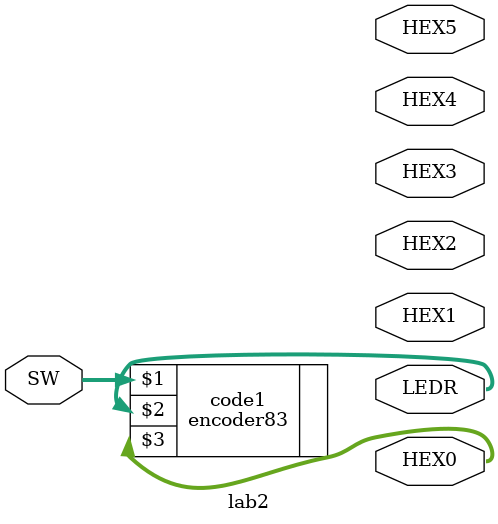
<source format=v>


module lab2(

	//////////// SW //////////
	input 		     [9:0]		SW,

	//////////// LED //////////
	output		     [9:0]		LEDR,

	//////////// Seg7 //////////
	output		     [6:0]		HEX0,
	output		     [6:0]		HEX1,
	output		     [6:0]		HEX2,
	output		     [6:0]		HEX3,
	output		     [6:0]		HEX4,
	output		     [6:0]		HEX5
);



//=======================================================
//  REG/WIRE declarations
//=======================================================

encoder83 code1(SW, LEDR, HEX0);


//=======================================================
//  Structural coding
//=======================================================



endmodule

</source>
